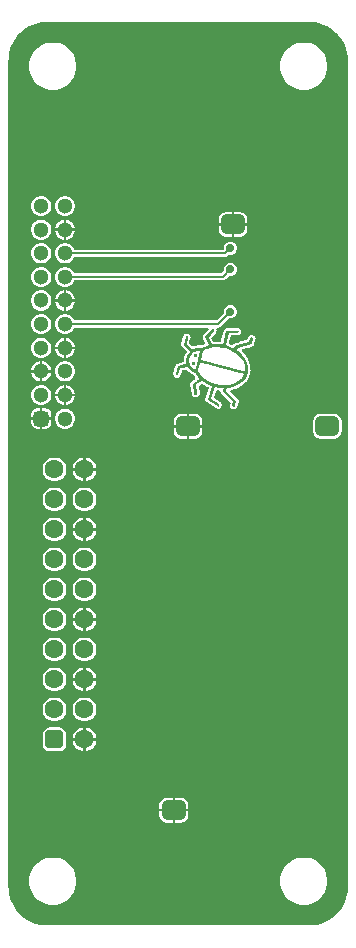
<source format=gbl>
G04*
G04 #@! TF.GenerationSoftware,Altium Limited,Altium Designer,23.3.1 (30)*
G04*
G04 Layer_Physical_Order=2*
G04 Layer_Color=16711680*
%FSLAX44Y44*%
%MOMM*%
G71*
G04*
G04 #@! TF.SameCoordinates,41E75030-AC82-498C-80ED-DFD746C42E25*
G04*
G04*
G04 #@! TF.FilePolarity,Positive*
G04*
G01*
G75*
%ADD10C,0.2000*%
G04:AMPARAMS|DCode=27|XSize=1.7mm|YSize=2mm|CornerRadius=0.425mm|HoleSize=0mm|Usage=FLASHONLY|Rotation=90.000|XOffset=0mm|YOffset=0mm|HoleType=Round|Shape=RoundedRectangle|*
%AMROUNDEDRECTD27*
21,1,1.7000,1.1500,0,0,90.0*
21,1,0.8500,2.0000,0,0,90.0*
1,1,0.8500,0.5750,0.4250*
1,1,0.8500,0.5750,-0.4250*
1,1,0.8500,-0.5750,-0.4250*
1,1,0.8500,-0.5750,0.4250*
%
%ADD27ROUNDEDRECTD27*%
%ADD28C,1.3000*%
G04:AMPARAMS|DCode=29|XSize=1.3mm|YSize=1.3mm|CornerRadius=0.325mm|HoleSize=0mm|Usage=FLASHONLY|Rotation=90.000|XOffset=0mm|YOffset=0mm|HoleType=Round|Shape=RoundedRectangle|*
%AMROUNDEDRECTD29*
21,1,1.3000,0.6500,0,0,90.0*
21,1,0.6500,1.3000,0,0,90.0*
1,1,0.6500,0.3250,0.3250*
1,1,0.6500,0.3250,-0.3250*
1,1,0.6500,-0.3250,-0.3250*
1,1,0.6500,-0.3250,0.3250*
%
%ADD29ROUNDEDRECTD29*%
%ADD30C,1.6000*%
G04:AMPARAMS|DCode=31|XSize=1.6mm|YSize=1.6mm|CornerRadius=0.4mm|HoleSize=0mm|Usage=FLASHONLY|Rotation=90.000|XOffset=0mm|YOffset=0mm|HoleType=Round|Shape=RoundedRectangle|*
%AMROUNDEDRECTD31*
21,1,1.6000,0.8000,0,0,90.0*
21,1,0.8000,1.6000,0,0,90.0*
1,1,0.8000,0.4000,0.4000*
1,1,0.8000,0.4000,-0.4000*
1,1,0.8000,-0.4000,-0.4000*
1,1,0.8000,-0.4000,0.4000*
%
%ADD31ROUNDEDRECTD31*%
%ADD32C,0.7000*%
G36*
X42499Y767451D02*
X42500Y767451D01*
X265000Y767451D01*
X265000Y767451D01*
X266239Y767376D01*
X269873Y767090D01*
X270181Y767049D01*
X275035Y765884D01*
X279743Y763934D01*
X283999Y761326D01*
X284245Y761136D01*
X287749Y758144D01*
X288144Y757749D01*
X291136Y754246D01*
X291326Y753998D01*
X293934Y749743D01*
X295884Y745035D01*
X297049Y740181D01*
X297090Y739873D01*
X297451Y735280D01*
Y735000D01*
X297451Y735000D01*
X297451Y35000D01*
X297451Y34999D01*
Y34721D01*
X297090Y30127D01*
X297049Y29819D01*
X295884Y24965D01*
X293934Y20257D01*
X291325Y16001D01*
X291137Y15755D01*
X288144Y12251D01*
X287749Y11856D01*
X284244Y8863D01*
X283999Y8675D01*
X279743Y6066D01*
X275035Y4116D01*
X270180Y2951D01*
X269875Y2911D01*
X266258Y2626D01*
X265000Y2549D01*
X265000Y2549D01*
X263764Y2549D01*
X42501Y2549D01*
X42500Y2549D01*
X42500Y2549D01*
X42499Y2549D01*
X42221D01*
X37626Y2910D01*
X37320Y2951D01*
X32465Y4116D01*
X27757Y6066D01*
X23501Y8675D01*
X23256Y8863D01*
X19750Y11857D01*
X19357Y12250D01*
X16363Y15756D01*
X16175Y16001D01*
X13566Y20257D01*
X11616Y24965D01*
X10451Y29820D01*
X10410Y30125D01*
X10125Y33750D01*
X10049Y35000D01*
X10049Y35000D01*
X10049Y36248D01*
Y735000D01*
X10049Y735000D01*
X10124Y736239D01*
X10410Y739874D01*
X10451Y740181D01*
X11616Y745035D01*
X13566Y749743D01*
X16175Y753999D01*
X16363Y754245D01*
X19356Y757749D01*
X19751Y758144D01*
X23256Y761137D01*
X23501Y761325D01*
X27757Y763934D01*
X32465Y765884D01*
X37319Y767049D01*
X37627Y767090D01*
X42220Y767451D01*
X42499D01*
D02*
G37*
%LPC*%
G36*
X261970Y750000D02*
X258030D01*
X254166Y749231D01*
X250526Y747724D01*
X247251Y745535D01*
X244465Y742749D01*
X242276Y739473D01*
X240769Y735834D01*
X240000Y731970D01*
Y728030D01*
X240769Y724166D01*
X242276Y720526D01*
X244465Y717251D01*
X247251Y714465D01*
X250526Y712276D01*
X254166Y710769D01*
X258030Y710000D01*
X261970D01*
X265834Y710769D01*
X269473Y712276D01*
X272749Y714465D01*
X275535Y717251D01*
X277724Y720526D01*
X279231Y724166D01*
X280000Y728030D01*
Y731970D01*
X279231Y735834D01*
X277724Y739473D01*
X275535Y742749D01*
X272749Y745535D01*
X269473Y747724D01*
X265834Y749231D01*
X261970Y750000D01*
D02*
G37*
G36*
X49470D02*
X45530D01*
X41666Y749231D01*
X38026Y747724D01*
X34751Y745535D01*
X31965Y742749D01*
X29776Y739473D01*
X28269Y735834D01*
X27500Y731970D01*
Y728030D01*
X28269Y724166D01*
X29776Y720526D01*
X31965Y717251D01*
X34751Y714465D01*
X38026Y712276D01*
X41666Y710769D01*
X45530Y710000D01*
X49470D01*
X53334Y710769D01*
X56974Y712276D01*
X60249Y714465D01*
X63035Y717251D01*
X65224Y720526D01*
X66731Y724166D01*
X67500Y728030D01*
Y731970D01*
X66731Y735834D01*
X65224Y739473D01*
X63035Y742749D01*
X60249Y745535D01*
X56974Y747724D01*
X53334Y749231D01*
X49470Y750000D01*
D02*
G37*
G36*
X58919Y620150D02*
X56681D01*
X54519Y619571D01*
X52581Y618452D01*
X50998Y616869D01*
X49879Y614931D01*
X49300Y612769D01*
Y610531D01*
X49879Y608369D01*
X50998Y606431D01*
X52581Y604848D01*
X54519Y603729D01*
X56681Y603150D01*
X58919D01*
X61081Y603729D01*
X63019Y604848D01*
X64602Y606431D01*
X65721Y608369D01*
X66300Y610531D01*
Y612769D01*
X65721Y614931D01*
X64602Y616869D01*
X63019Y618452D01*
X61081Y619571D01*
X58919Y620150D01*
D02*
G37*
G36*
X38919D02*
X36681D01*
X34519Y619571D01*
X32581Y618452D01*
X30998Y616869D01*
X29879Y614931D01*
X29300Y612769D01*
Y610531D01*
X29879Y608369D01*
X30998Y606431D01*
X32581Y604848D01*
X34519Y603729D01*
X36681Y603150D01*
X38919D01*
X41081Y603729D01*
X43019Y604848D01*
X44602Y606431D01*
X45721Y608369D01*
X46300Y610531D01*
Y612769D01*
X45721Y614931D01*
X44602Y616869D01*
X43019Y618452D01*
X41081Y619571D01*
X38919Y620150D01*
D02*
G37*
G36*
X205750Y606622D02*
X201000D01*
Y597000D01*
X212122D01*
Y600250D01*
X211637Y602689D01*
X210256Y604756D01*
X208189Y606137D01*
X205750Y606622D01*
D02*
G37*
G36*
X199000D02*
X194250D01*
X191811Y606137D01*
X189744Y604756D01*
X188363Y602689D01*
X187878Y600250D01*
Y597000D01*
X199000D01*
Y606622D01*
D02*
G37*
G36*
X58919Y600150D02*
X58800D01*
Y592650D01*
X66300D01*
Y592769D01*
X65721Y594931D01*
X64602Y596869D01*
X63019Y598452D01*
X61081Y599571D01*
X58919Y600150D01*
D02*
G37*
G36*
X56800D02*
X56681D01*
X54519Y599571D01*
X52581Y598452D01*
X50998Y596869D01*
X49879Y594931D01*
X49300Y592769D01*
Y592650D01*
X56800D01*
Y600150D01*
D02*
G37*
G36*
X212122Y595000D02*
X201000D01*
Y585378D01*
X205750D01*
X208189Y585863D01*
X210256Y587244D01*
X211637Y589311D01*
X212122Y591750D01*
Y595000D01*
D02*
G37*
G36*
X199000D02*
X187878D01*
Y591750D01*
X188363Y589311D01*
X189744Y587244D01*
X191811Y585863D01*
X194250Y585378D01*
X199000D01*
Y595000D01*
D02*
G37*
G36*
X66300Y590650D02*
X58800D01*
Y583150D01*
X58919D01*
X61081Y583729D01*
X63019Y584848D01*
X64602Y586431D01*
X65721Y588369D01*
X66300Y590531D01*
Y590650D01*
D02*
G37*
G36*
X56800D02*
X49300D01*
Y590531D01*
X49879Y588369D01*
X50998Y586431D01*
X52581Y584848D01*
X54519Y583729D01*
X56681Y583150D01*
X56800D01*
Y590650D01*
D02*
G37*
G36*
X38919Y600150D02*
X36681D01*
X34519Y599571D01*
X32581Y598452D01*
X30998Y596869D01*
X29879Y594931D01*
X29300Y592769D01*
Y590531D01*
X29879Y588369D01*
X30998Y586431D01*
X32581Y584848D01*
X34519Y583729D01*
X36681Y583150D01*
X38919D01*
X41081Y583729D01*
X43019Y584848D01*
X44602Y586431D01*
X45721Y588369D01*
X46300Y590531D01*
Y592769D01*
X45721Y594931D01*
X44602Y596869D01*
X43019Y598452D01*
X41081Y599571D01*
X38919Y600150D01*
D02*
G37*
G36*
X199094Y581500D02*
X196906D01*
X194884Y580663D01*
X193337Y579115D01*
X192500Y577094D01*
Y575318D01*
X191891Y574709D01*
X65780D01*
X65721Y574931D01*
X64602Y576869D01*
X63019Y578452D01*
X61081Y579571D01*
X58919Y580150D01*
X56681D01*
X54519Y579571D01*
X52581Y578452D01*
X50998Y576869D01*
X49879Y574931D01*
X49300Y572769D01*
Y570531D01*
X49879Y568369D01*
X50998Y566431D01*
X52581Y564848D01*
X54519Y563729D01*
X56681Y563150D01*
X58919D01*
X61081Y563729D01*
X63019Y564848D01*
X64602Y566431D01*
X65721Y568369D01*
X65780Y568591D01*
X193158D01*
X193158Y568591D01*
X194328Y568824D01*
X195320Y569487D01*
X196501Y570668D01*
X196906Y570500D01*
X199094D01*
X201115Y571337D01*
X202663Y572884D01*
X203500Y574906D01*
Y577094D01*
X202663Y579115D01*
X201115Y580663D01*
X199094Y581500D01*
D02*
G37*
G36*
X38919Y580150D02*
X36681D01*
X34519Y579571D01*
X32581Y578452D01*
X30998Y576869D01*
X29879Y574931D01*
X29300Y572769D01*
Y570531D01*
X29879Y568369D01*
X30998Y566431D01*
X32581Y564848D01*
X34519Y563729D01*
X36681Y563150D01*
X38919D01*
X41081Y563729D01*
X43019Y564848D01*
X44602Y566431D01*
X45721Y568369D01*
X46300Y570531D01*
Y572769D01*
X45721Y574931D01*
X44602Y576869D01*
X43019Y578452D01*
X41081Y579571D01*
X38919Y580150D01*
D02*
G37*
G36*
X199094Y563500D02*
X196906D01*
X194884Y562663D01*
X193337Y561115D01*
X192500Y559094D01*
Y556906D01*
X192523Y556849D01*
X190383Y554709D01*
X65780D01*
X65721Y554931D01*
X64602Y556869D01*
X63019Y558452D01*
X61081Y559571D01*
X58919Y560150D01*
X56681D01*
X54519Y559571D01*
X52581Y558452D01*
X50998Y556869D01*
X49879Y554931D01*
X49300Y552769D01*
Y550531D01*
X49879Y548369D01*
X50998Y546431D01*
X52581Y544848D01*
X54519Y543729D01*
X56681Y543150D01*
X58919D01*
X61081Y543729D01*
X63019Y544848D01*
X64602Y546431D01*
X65721Y548369D01*
X65780Y548591D01*
X191650D01*
X191650Y548591D01*
X192820Y548824D01*
X193813Y549487D01*
X196849Y552523D01*
X196906Y552500D01*
X199094D01*
X201115Y553337D01*
X202663Y554884D01*
X203500Y556906D01*
Y559094D01*
X202663Y561115D01*
X201115Y562663D01*
X199094Y563500D01*
D02*
G37*
G36*
X38919Y560150D02*
X36681D01*
X34519Y559571D01*
X32581Y558452D01*
X30998Y556869D01*
X29879Y554931D01*
X29300Y552769D01*
Y550531D01*
X29879Y548369D01*
X30998Y546431D01*
X32581Y544848D01*
X34519Y543729D01*
X36681Y543150D01*
X38919D01*
X41081Y543729D01*
X43019Y544848D01*
X44602Y546431D01*
X45721Y548369D01*
X46300Y550531D01*
Y552769D01*
X45721Y554931D01*
X44602Y556869D01*
X43019Y558452D01*
X41081Y559571D01*
X38919Y560150D01*
D02*
G37*
G36*
X58919Y540150D02*
X58800D01*
Y532650D01*
X66300D01*
Y532769D01*
X65721Y534931D01*
X64602Y536869D01*
X63019Y538452D01*
X61081Y539571D01*
X58919Y540150D01*
D02*
G37*
G36*
X56800D02*
X56681D01*
X54519Y539571D01*
X52581Y538452D01*
X50998Y536869D01*
X49879Y534931D01*
X49300Y532769D01*
Y532650D01*
X56800D01*
Y540150D01*
D02*
G37*
G36*
X66300Y530650D02*
X58800D01*
Y523150D01*
X58919D01*
X61081Y523729D01*
X63019Y524848D01*
X64602Y526431D01*
X65721Y528369D01*
X66300Y530531D01*
Y530650D01*
D02*
G37*
G36*
X56800D02*
X49300D01*
Y530531D01*
X49879Y528369D01*
X50998Y526431D01*
X52581Y524848D01*
X54519Y523729D01*
X56681Y523150D01*
X56800D01*
Y530650D01*
D02*
G37*
G36*
X38919Y540150D02*
X36681D01*
X34519Y539571D01*
X32581Y538452D01*
X30998Y536869D01*
X29879Y534931D01*
X29300Y532769D01*
Y530531D01*
X29879Y528369D01*
X30998Y526431D01*
X32581Y524848D01*
X34519Y523729D01*
X36681Y523150D01*
X38919D01*
X41081Y523729D01*
X43019Y524848D01*
X44602Y526431D01*
X45721Y528369D01*
X46300Y530531D01*
Y532769D01*
X45721Y534931D01*
X44602Y536869D01*
X43019Y538452D01*
X41081Y539571D01*
X38919Y540150D01*
D02*
G37*
G36*
X199094Y527500D02*
X196906D01*
X194884Y526663D01*
X193337Y525116D01*
X192500Y523094D01*
Y520906D01*
X192523Y520849D01*
X186383Y514709D01*
X65780D01*
X65721Y514931D01*
X64602Y516869D01*
X63019Y518452D01*
X61081Y519571D01*
X58919Y520150D01*
X56681D01*
X54519Y519571D01*
X52581Y518452D01*
X50998Y516869D01*
X49879Y514931D01*
X49300Y512769D01*
Y510531D01*
X49879Y508369D01*
X50998Y506431D01*
X52581Y504848D01*
X54519Y503729D01*
X56681Y503150D01*
X58919D01*
X61081Y503729D01*
X63019Y504848D01*
X64602Y506431D01*
X65721Y508369D01*
X65780Y508591D01*
X178899D01*
X179504Y507321D01*
X174880Y501615D01*
X174712Y501296D01*
X174532Y500982D01*
X174527Y500944D01*
X174509Y500911D01*
X174476Y500551D01*
X174430Y500192D01*
X174440Y500156D01*
X174436Y500119D01*
X174543Y499773D01*
X174638Y499425D01*
X175046Y498603D01*
X175054Y498592D01*
X175058Y498579D01*
X175469Y497777D01*
X175476Y497768D01*
X175480Y497756D01*
X175895Y496970D01*
X175901Y496961D01*
X175905Y496951D01*
X176301Y496218D01*
X176337Y496131D01*
X176346Y496066D01*
X175820Y494681D01*
X175734Y494618D01*
X175526Y494533D01*
X174588Y494162D01*
X173772Y493860D01*
X173179Y493671D01*
X172891Y493611D01*
X172550Y493593D01*
X172222Y493599D01*
X171897Y493624D01*
X171539Y493656D01*
X171493Y493651D01*
X171447Y493662D01*
X171058Y493679D01*
X170973Y493666D01*
X170889Y493680D01*
X170438Y493662D01*
X170349Y493641D01*
X170258Y493647D01*
X169704Y493576D01*
X169632Y493552D01*
X169557Y493551D01*
X168857Y493409D01*
X168811Y493389D01*
X168760Y493386D01*
X168239Y493253D01*
X168202Y493235D01*
X168161Y493232D01*
X167692Y493092D01*
X167656Y493073D01*
X167616Y493068D01*
X167184Y492920D01*
X167154Y492903D01*
X167119Y492897D01*
X166710Y492742D01*
X166681Y492724D01*
X166648Y492717D01*
X166204Y492532D01*
X163130Y495665D01*
X164060Y499490D01*
X164065Y499626D01*
X164106Y499757D01*
X164167Y500331D01*
X164164Y500361D01*
X164172Y500391D01*
X164128Y500756D01*
X164095Y501123D01*
X164081Y501150D01*
X164077Y501180D01*
X163933Y501619D01*
X163906Y501668D01*
X163896Y501724D01*
X163711Y502013D01*
X163543Y502312D01*
X163498Y502347D01*
X163468Y502395D01*
X163176Y502700D01*
X162855Y502924D01*
X162537Y503150D01*
X162153Y503322D01*
X161829Y503396D01*
X161511Y503491D01*
X161092Y503531D01*
X160770Y503498D01*
X160446Y503489D01*
X160047Y503398D01*
X159699Y503242D01*
X159347Y503092D01*
X159025Y502871D01*
X158967Y502810D01*
X158892Y502771D01*
X158690Y502527D01*
X158469Y502301D01*
X158438Y502223D01*
X158384Y502158D01*
X158195Y501808D01*
X158121Y501566D01*
X158012Y501336D01*
X156337Y494675D01*
X156327Y494476D01*
X156278Y494282D01*
X156308Y494082D01*
X156298Y493880D01*
X156365Y493692D01*
X156393Y493495D01*
X156497Y493321D01*
X156565Y493131D01*
X156699Y492983D01*
X156801Y492812D01*
X160928Y488237D01*
X160179Y487136D01*
X160131Y487023D01*
X160054Y486928D01*
X159465Y485790D01*
X159425Y485654D01*
X159352Y485531D01*
X158943Y484373D01*
X158921Y484224D01*
X158864Y484084D01*
X158630Y482880D01*
X158630Y482737D01*
X158595Y482598D01*
X158528Y481322D01*
X158546Y481199D01*
X158530Y481075D01*
X158620Y479770D01*
X152751Y477947D01*
X152530Y477827D01*
X152294Y477740D01*
X152184Y477638D01*
X152052Y477567D01*
X151894Y477371D01*
X151709Y477201D01*
X151646Y477065D01*
X151551Y476948D01*
X151480Y476707D01*
X151374Y476479D01*
X149751Y469772D01*
X149742Y469548D01*
X149694Y469329D01*
X149687Y468929D01*
X149700Y468856D01*
X149690Y468782D01*
X149771Y468466D01*
X149829Y468146D01*
X149869Y468083D01*
X149887Y468011D01*
X150043Y467686D01*
X150053Y467672D01*
X150058Y467655D01*
X150292Y467354D01*
X150520Y467049D01*
X150535Y467040D01*
X150546Y467026D01*
X150820Y466788D01*
X151116Y466619D01*
X151402Y466434D01*
X151749Y466296D01*
X152059Y466238D01*
X152364Y466156D01*
X152739Y466130D01*
X153082Y466174D01*
X153427Y466200D01*
X153784Y466300D01*
X153797Y466307D01*
X153813Y466308D01*
X154152Y466486D01*
X154493Y466659D01*
X154503Y466671D01*
X154517Y466678D01*
X154810Y466915D01*
X154846Y466958D01*
X154894Y466987D01*
X155100Y467262D01*
X155320Y467527D01*
X155336Y467580D01*
X155370Y467625D01*
X155554Y468012D01*
X155606Y468218D01*
X155695Y468410D01*
X156629Y472280D01*
X157007Y472379D01*
X157979Y472626D01*
X159003Y472881D01*
X160009Y473129D01*
X160938Y473354D01*
X161037Y473377D01*
X161556Y472725D01*
X161583Y472701D01*
X161601Y472670D01*
X162150Y472026D01*
X162201Y471986D01*
X162236Y471932D01*
X162775Y471373D01*
X162846Y471324D01*
X162899Y471256D01*
X163475Y470751D01*
X163554Y470706D01*
X163615Y470640D01*
X164272Y470159D01*
X164342Y470126D01*
X164399Y470073D01*
X165184Y469585D01*
X165236Y469565D01*
X165278Y469529D01*
X166236Y469002D01*
X166270Y468992D01*
X166297Y468970D01*
X166919Y468655D01*
X167105Y468546D01*
X167183Y468375D01*
X167216Y468329D01*
X167232Y468274D01*
X167458Y467841D01*
X167510Y467776D01*
X167540Y467698D01*
X167910Y467110D01*
X167953Y467064D01*
X167979Y467008D01*
X168196Y466704D01*
X168289Y466471D01*
X168299Y466416D01*
X168141Y465325D01*
X167924Y465007D01*
X167309Y464601D01*
X167304Y464597D01*
X167298Y464594D01*
X166497Y464058D01*
X166490Y464051D01*
X166481Y464047D01*
X165686Y463504D01*
X165676Y463495D01*
X165664Y463489D01*
X164886Y462943D01*
X164666Y462713D01*
X164429Y462500D01*
X164393Y462426D01*
X164336Y462367D01*
X164221Y462071D01*
X164083Y461784D01*
X164079Y461702D01*
X164049Y461625D01*
X164056Y461307D01*
X164039Y460989D01*
X165233Y452508D01*
X165280Y452373D01*
X165292Y452230D01*
X165451Y451678D01*
X165465Y451650D01*
X165469Y451620D01*
X165647Y451297D01*
X165816Y450970D01*
X165839Y450951D01*
X165854Y450924D01*
X166181Y450537D01*
X166186Y450533D01*
X166190Y450527D01*
X166499Y450284D01*
X166803Y450041D01*
X166810Y450039D01*
X166815Y450035D01*
X167249Y449815D01*
X167601Y449717D01*
X167950Y449607D01*
X168429Y449554D01*
X168786Y449585D01*
X169144Y449603D01*
X169604Y449717D01*
X169604D01*
X169605Y449717D01*
X169607Y449718D01*
X169962Y449885D01*
X170325Y450056D01*
X170710Y450340D01*
X170742Y450375D01*
X170784Y450397D01*
X171009Y450668D01*
X171246Y450928D01*
X171262Y450973D01*
X171292Y451009D01*
X171539Y451463D01*
X171548Y451494D01*
X171568Y451520D01*
X171665Y451873D01*
X171774Y452223D01*
X171771Y452256D01*
X171780Y452287D01*
X171825Y452912D01*
X171803Y453093D01*
X171819Y453275D01*
X171166Y459438D01*
X174138Y461216D01*
X174678Y460835D01*
X174721Y460816D01*
X174754Y460784D01*
X175764Y460138D01*
X175799Y460124D01*
X175827Y460099D01*
X176913Y459458D01*
X176946Y459446D01*
X176973Y459424D01*
X178080Y458819D01*
X178118Y458808D01*
X178149Y458784D01*
X179221Y458250D01*
X179269Y458237D01*
X179310Y458209D01*
X179522Y458116D01*
X176802Y447579D01*
X176796Y447472D01*
X176759Y447371D01*
X176774Y447078D01*
X176757Y446785D01*
X176793Y446683D01*
X176798Y446576D01*
X176923Y446311D01*
X177020Y446034D01*
X177091Y445953D01*
X177137Y445857D01*
X177354Y445659D01*
X177550Y445440D01*
X177646Y445394D01*
X177726Y445322D01*
X186129Y440271D01*
X186280Y440217D01*
X186415Y440128D01*
X186774Y439983D01*
X186998Y439941D01*
X187211Y439861D01*
X187385Y439867D01*
X187556Y439835D01*
X187779Y439881D01*
X188006Y439889D01*
X188345Y439969D01*
X188426Y440006D01*
X188515Y440017D01*
X188786Y440170D01*
X189069Y440299D01*
X189130Y440364D01*
X189208Y440409D01*
X189501Y440661D01*
X189705Y440921D01*
X189925Y441167D01*
X190146Y441540D01*
X190235Y441793D01*
X190357Y442033D01*
X190479Y442473D01*
X190499Y442754D01*
X190553Y443030D01*
X190550Y443486D01*
X190480Y443831D01*
X190424Y444179D01*
X190271Y444597D01*
X190246Y444636D01*
X190237Y444682D01*
X190039Y444975D01*
X189855Y445275D01*
X189817Y445303D01*
X189791Y445341D01*
X189460Y445668D01*
X189267Y445796D01*
X189098Y445954D01*
X184029Y449083D01*
X185622Y455028D01*
X186181Y456149D01*
X187209Y455927D01*
X187233Y455927D01*
X187255Y455918D01*
X188253Y455726D01*
X188280Y455727D01*
X188305Y455717D01*
X188466Y455691D01*
X188666Y455634D01*
X189468Y455053D01*
X189669Y454550D01*
X189745Y454353D01*
X189783Y454146D01*
X189886Y453986D01*
X189955Y453807D01*
X190100Y453654D01*
X190214Y453477D01*
X198211Y445219D01*
X197698Y443261D01*
X197685Y443047D01*
X197633Y442840D01*
X197611Y442369D01*
X197624Y442281D01*
X197610Y442194D01*
X197683Y441890D01*
X197729Y441583D01*
X197775Y441506D01*
X197796Y441420D01*
X197965Y441052D01*
X197987Y441021D01*
X197997Y440985D01*
X198220Y440701D01*
X198433Y440408D01*
X198465Y440388D01*
X198487Y440359D01*
X198794Y440095D01*
X199084Y439932D01*
X199361Y439750D01*
X199750Y439593D01*
X200020Y439542D01*
X200281Y439458D01*
X200697Y439410D01*
X200979Y439434D01*
X201261Y439424D01*
X201650Y439488D01*
X201995Y439618D01*
X202343Y439737D01*
X202650Y439915D01*
X202750Y440003D01*
X202868Y440062D01*
X203045Y440264D01*
X203247Y440442D01*
X203305Y440561D01*
X203393Y440660D01*
X203562Y440955D01*
X203649Y441210D01*
X203767Y441452D01*
X204991Y446082D01*
X205006Y446335D01*
X205058Y446584D01*
X205031Y446729D01*
X205040Y446876D01*
X204957Y447116D01*
X204910Y447366D01*
X204829Y447489D01*
X204781Y447628D01*
X204613Y447819D01*
X204474Y448031D01*
X198009Y454617D01*
X198044Y454853D01*
X198539Y455890D01*
X199998Y456260D01*
X200062Y456291D01*
X200133Y456300D01*
X202065Y456935D01*
X202140Y456977D01*
X202225Y456995D01*
X204265Y457860D01*
X204350Y457918D01*
X204447Y457949D01*
X206528Y459086D01*
X206618Y459162D01*
X206726Y459211D01*
X208778Y460662D01*
X208870Y460759D01*
X208985Y460829D01*
X210940Y462635D01*
X211048Y462784D01*
X211185Y462907D01*
X211864Y463809D01*
X211868Y463817D01*
X211875Y463823D01*
X212613Y464805D01*
X212688Y464960D01*
X212795Y465095D01*
X213812Y467065D01*
X213861Y467236D01*
X213947Y467393D01*
X214582Y469431D01*
X214600Y469602D01*
X214656Y469765D01*
X214939Y471866D01*
X214929Y472022D01*
X214957Y472176D01*
X214917Y474337D01*
X214889Y474468D01*
X214895Y474602D01*
X214563Y476819D01*
X214525Y476923D01*
X214519Y477034D01*
X213923Y479303D01*
X213884Y479384D01*
X213871Y479473D01*
X213041Y481790D01*
X212959Y481927D01*
X212911Y482079D01*
X212183Y483415D01*
X212128Y483481D01*
X212095Y483561D01*
X211280Y484798D01*
X211225Y484854D01*
X211189Y484925D01*
X210302Y486070D01*
X210249Y486117D01*
X210214Y486177D01*
X209270Y487238D01*
X209221Y487275D01*
X209186Y487326D01*
X208202Y488308D01*
X208158Y488338D01*
X208126Y488380D01*
X207544Y488904D01*
X207795Y490253D01*
X207827Y490298D01*
X216395Y492633D01*
X216622Y492746D01*
X216863Y492826D01*
X216975Y492922D01*
X217107Y492988D01*
X217274Y493180D01*
X217465Y493345D01*
X217532Y493477D01*
X217629Y493589D01*
X217710Y493829D01*
X217824Y494055D01*
X219132Y498767D01*
X219154Y499049D01*
X219207Y499327D01*
X219204Y499685D01*
X219174Y499831D01*
X219181Y499979D01*
X219095Y500217D01*
X219044Y500464D01*
X218960Y500587D01*
X218909Y500727D01*
X218722Y501037D01*
X218461Y501322D01*
X218205Y501609D01*
X217884Y501851D01*
X217626Y501976D01*
X217385Y502128D01*
X216982Y502282D01*
X216721Y502327D01*
X216467Y502405D01*
X216034Y502451D01*
X215727Y502423D01*
X215419Y502422D01*
X215007Y502340D01*
X214998Y502336D01*
X214989Y502336D01*
X214632Y502183D01*
X214273Y502034D01*
X214266Y502027D01*
X214257Y502023D01*
X213919Y501792D01*
X213855Y501726D01*
X213774Y501683D01*
X213579Y501444D01*
X213363Y501223D01*
X213329Y501138D01*
X213271Y501067D01*
X213057Y500667D01*
X212993Y500452D01*
X212892Y500252D01*
X212380Y498400D01*
X212124Y498327D01*
X210588Y497896D01*
X208944Y497435D01*
X208943Y497434D01*
X208941Y497434D01*
X207250Y496957D01*
X207247Y496955D01*
X207243Y496955D01*
X205569Y496475D01*
X205564Y496473D01*
X205558Y496472D01*
X203962Y496006D01*
X203953Y496001D01*
X203944Y496000D01*
X202489Y495560D01*
X202475Y495553D01*
X202460Y495552D01*
X201208Y495153D01*
X200997Y495036D01*
X200769Y494953D01*
X200652Y494845D01*
X200512Y494768D01*
X200361Y494579D01*
X200183Y494416D01*
X199887Y494155D01*
X198733Y494227D01*
X198571Y494299D01*
X198554Y494303D01*
X198538Y494314D01*
X197539Y494742D01*
X197514Y494747D01*
X197493Y494761D01*
X196503Y495157D01*
X196710Y496410D01*
X198233Y502092D01*
X203755Y502111D01*
X203942Y502149D01*
X204132Y502147D01*
X204609Y502239D01*
X204636Y502250D01*
X204665Y502251D01*
X205004Y502399D01*
X205346Y502538D01*
X205367Y502559D01*
X205393Y502571D01*
X205733Y502808D01*
X205744Y502820D01*
X205759Y502827D01*
X206019Y503107D01*
X206283Y503383D01*
X206289Y503398D01*
X206300Y503410D01*
X206506Y503744D01*
X206632Y504083D01*
X206770Y504418D01*
X206845Y504799D01*
X206845Y505137D01*
X206864Y505474D01*
X206812Y505853D01*
X206693Y506195D01*
X206586Y506542D01*
X206409Y506869D01*
X206386Y506897D01*
X206374Y506932D01*
X206133Y507203D01*
X205902Y507482D01*
X205869Y507499D01*
X205845Y507526D01*
X205547Y507752D01*
X205474Y507787D01*
X205415Y507843D01*
X205118Y507959D01*
X204831Y508098D01*
X204750Y508103D01*
X204674Y508132D01*
X204258Y508206D01*
X204062Y508202D01*
X203869Y508237D01*
X194527Y508088D01*
X194419Y508065D01*
X194309Y508073D01*
X194033Y507982D01*
X193749Y507920D01*
X193658Y507858D01*
X193554Y507823D01*
X193333Y507633D01*
X193094Y507468D01*
X193035Y507375D01*
X192951Y507304D01*
X192821Y507044D01*
X192663Y506799D01*
X192643Y506691D01*
X192594Y506593D01*
X190170Y497833D01*
X189742Y496647D01*
X189172Y496699D01*
X189133Y496695D01*
X189095Y496704D01*
X188526Y496734D01*
X188494Y496729D01*
X188463Y496736D01*
X187892Y496748D01*
X187868Y496744D01*
X187843Y496749D01*
X187269Y496747D01*
X187253Y496743D01*
X187236Y496746D01*
X186656Y496735D01*
X186652Y496734D01*
X186648Y496735D01*
X186163Y496724D01*
X185632Y496712D01*
X185629Y496711D01*
X185625Y496712D01*
X185065Y496697D01*
X185059Y496696D01*
X185053Y496697D01*
X184481Y496679D01*
X184471Y496677D01*
X184462Y496678D01*
X183894Y496655D01*
X183880Y496652D01*
X183867Y496654D01*
X183566Y496637D01*
X181859Y499496D01*
X185410Y504342D01*
X185462Y504455D01*
X185544Y504551D01*
X185874Y505141D01*
X185880Y505160D01*
X185893Y505175D01*
X186003Y505537D01*
X186120Y505897D01*
X186118Y505917D01*
X186124Y505936D01*
X186177Y506469D01*
X186170Y506540D01*
X186186Y506610D01*
X186131Y506934D01*
X186099Y507261D01*
X186065Y507324D01*
X186067Y507416D01*
X186706Y508460D01*
X186745Y508489D01*
X186907Y508591D01*
X187650D01*
X187650Y508591D01*
X188821Y508824D01*
X189813Y509487D01*
X196849Y516524D01*
X196906Y516500D01*
X199094D01*
X201115Y517337D01*
X202663Y518885D01*
X203500Y520906D01*
Y523094D01*
X202663Y525116D01*
X201115Y526663D01*
X199094Y527500D01*
D02*
G37*
G36*
X38919Y520150D02*
X36681D01*
X34519Y519571D01*
X32581Y518452D01*
X30998Y516869D01*
X29879Y514931D01*
X29300Y512769D01*
Y510531D01*
X29879Y508369D01*
X30998Y506431D01*
X32581Y504848D01*
X34519Y503729D01*
X36681Y503150D01*
X38919D01*
X41081Y503729D01*
X43019Y504848D01*
X44602Y506431D01*
X45721Y508369D01*
X46300Y510531D01*
Y512769D01*
X45721Y514931D01*
X44602Y516869D01*
X43019Y518452D01*
X41081Y519571D01*
X38919Y520150D01*
D02*
G37*
G36*
X58919Y500150D02*
X58800D01*
Y492650D01*
X66300D01*
Y492769D01*
X65721Y494931D01*
X64602Y496869D01*
X63019Y498452D01*
X61081Y499571D01*
X58919Y500150D01*
D02*
G37*
G36*
X56800D02*
X56681D01*
X54519Y499571D01*
X52581Y498452D01*
X50998Y496869D01*
X49879Y494931D01*
X49300Y492769D01*
Y492650D01*
X56800D01*
Y500150D01*
D02*
G37*
G36*
X66300Y490650D02*
X58800D01*
Y483150D01*
X58919D01*
X61081Y483729D01*
X63019Y484848D01*
X64602Y486431D01*
X65721Y488369D01*
X66300Y490531D01*
Y490650D01*
D02*
G37*
G36*
X56800D02*
X49300D01*
Y490531D01*
X49879Y488369D01*
X50998Y486431D01*
X52581Y484848D01*
X54519Y483729D01*
X56681Y483150D01*
X56800D01*
Y490650D01*
D02*
G37*
G36*
X38919Y500150D02*
X36681D01*
X34519Y499571D01*
X32581Y498452D01*
X30998Y496869D01*
X29879Y494931D01*
X29300Y492769D01*
Y490531D01*
X29879Y488369D01*
X30998Y486431D01*
X32581Y484848D01*
X34519Y483729D01*
X36681Y483150D01*
X38919D01*
X41081Y483729D01*
X43019Y484848D01*
X44602Y486431D01*
X45721Y488369D01*
X46300Y490531D01*
Y492769D01*
X45721Y494931D01*
X44602Y496869D01*
X43019Y498452D01*
X41081Y499571D01*
X38919Y500150D01*
D02*
G37*
G36*
Y480150D02*
X38800D01*
Y472650D01*
X46300D01*
Y472769D01*
X45721Y474931D01*
X44602Y476869D01*
X43019Y478452D01*
X41081Y479571D01*
X38919Y480150D01*
D02*
G37*
G36*
X36800D02*
X36681D01*
X34519Y479571D01*
X32581Y478452D01*
X30998Y476869D01*
X29879Y474931D01*
X29300Y472769D01*
Y472650D01*
X36800D01*
Y480150D01*
D02*
G37*
G36*
X58919D02*
X56681D01*
X54519Y479571D01*
X52581Y478452D01*
X50998Y476869D01*
X49879Y474931D01*
X49300Y472769D01*
Y470531D01*
X49879Y468369D01*
X50998Y466431D01*
X52581Y464848D01*
X54519Y463729D01*
X56681Y463150D01*
X58919D01*
X61081Y463729D01*
X63019Y464848D01*
X64602Y466431D01*
X65721Y468369D01*
X66300Y470531D01*
Y472769D01*
X65721Y474931D01*
X64602Y476869D01*
X63019Y478452D01*
X61081Y479571D01*
X58919Y480150D01*
D02*
G37*
G36*
X46300Y470650D02*
X38800D01*
Y463150D01*
X38919D01*
X41081Y463729D01*
X43019Y464848D01*
X44602Y466431D01*
X45721Y468369D01*
X46300Y470531D01*
Y470650D01*
D02*
G37*
G36*
X36800D02*
X29300D01*
Y470531D01*
X29879Y468369D01*
X30998Y466431D01*
X32581Y464848D01*
X34519Y463729D01*
X36681Y463150D01*
X36800D01*
Y470650D01*
D02*
G37*
G36*
X58919Y460150D02*
X58800D01*
Y452650D01*
X66300D01*
Y452769D01*
X65721Y454931D01*
X64602Y456869D01*
X63019Y458452D01*
X61081Y459571D01*
X58919Y460150D01*
D02*
G37*
G36*
X56800D02*
X56681D01*
X54519Y459571D01*
X52581Y458452D01*
X50998Y456869D01*
X49879Y454931D01*
X49300Y452769D01*
Y452650D01*
X56800D01*
Y460150D01*
D02*
G37*
G36*
X66300Y450650D02*
X58800D01*
Y443150D01*
X58919D01*
X61081Y443729D01*
X63019Y444848D01*
X64602Y446431D01*
X65721Y448369D01*
X66300Y450531D01*
Y450650D01*
D02*
G37*
G36*
X56800D02*
X49300D01*
Y450531D01*
X49879Y448369D01*
X50998Y446431D01*
X52581Y444848D01*
X54519Y443729D01*
X56681Y443150D01*
X56800D01*
Y450650D01*
D02*
G37*
G36*
X38919Y460150D02*
X36681D01*
X34519Y459571D01*
X32581Y458452D01*
X30998Y456869D01*
X29879Y454931D01*
X29300Y452769D01*
Y450531D01*
X29879Y448369D01*
X30998Y446431D01*
X32581Y444848D01*
X34519Y443729D01*
X36681Y443150D01*
X38919D01*
X41081Y443729D01*
X43019Y444848D01*
X44602Y446431D01*
X45721Y448369D01*
X46300Y450531D01*
Y452769D01*
X45721Y454931D01*
X44602Y456869D01*
X43019Y458452D01*
X41081Y459571D01*
X38919Y460150D01*
D02*
G37*
G36*
X41050Y440253D02*
X38800D01*
Y432650D01*
X46403D01*
Y434900D01*
X45995Y436948D01*
X44835Y438685D01*
X43098Y439845D01*
X41050Y440253D01*
D02*
G37*
G36*
X36800D02*
X34550D01*
X32502Y439845D01*
X30765Y438685D01*
X29605Y436948D01*
X29197Y434900D01*
Y432650D01*
X36800D01*
Y440253D01*
D02*
G37*
G36*
X167750Y435622D02*
X163000D01*
Y426000D01*
X174123D01*
Y429250D01*
X173637Y431689D01*
X172256Y433756D01*
X170189Y435137D01*
X167750Y435622D01*
D02*
G37*
G36*
X161000D02*
X156250D01*
X153811Y435137D01*
X151744Y433756D01*
X150363Y431689D01*
X149878Y429250D01*
Y426000D01*
X161000D01*
Y435622D01*
D02*
G37*
G36*
X58919Y440150D02*
X56681D01*
X54519Y439571D01*
X52581Y438452D01*
X50998Y436869D01*
X49879Y434931D01*
X49300Y432769D01*
Y430531D01*
X49879Y428369D01*
X50998Y426431D01*
X52581Y424848D01*
X54519Y423729D01*
X56681Y423150D01*
X58919D01*
X61081Y423729D01*
X63019Y424848D01*
X64602Y426431D01*
X65721Y428369D01*
X66300Y430531D01*
Y432769D01*
X65721Y434931D01*
X64602Y436869D01*
X63019Y438452D01*
X61081Y439571D01*
X58919Y440150D01*
D02*
G37*
G36*
X46403Y430650D02*
X38800D01*
Y423047D01*
X41050D01*
X43098Y423455D01*
X44835Y424615D01*
X45995Y426352D01*
X46403Y428400D01*
Y430650D01*
D02*
G37*
G36*
X36800D02*
X29197D01*
Y428400D01*
X29605Y426352D01*
X30765Y424615D01*
X32502Y423455D01*
X34550Y423047D01*
X36800D01*
Y430650D01*
D02*
G37*
G36*
X285750Y435622D02*
X274250D01*
X271811Y435137D01*
X269744Y433756D01*
X268363Y431689D01*
X267878Y429250D01*
Y420750D01*
X268363Y418311D01*
X269744Y416244D01*
X271811Y414863D01*
X274250Y414378D01*
X285750D01*
X288189Y414863D01*
X290256Y416244D01*
X291637Y418311D01*
X292122Y420750D01*
Y429250D01*
X291637Y431689D01*
X290256Y433756D01*
X288189Y435137D01*
X285750Y435622D01*
D02*
G37*
G36*
X174123Y424000D02*
X163000D01*
Y414378D01*
X167750D01*
X170189Y414863D01*
X172256Y416244D01*
X173637Y418311D01*
X174123Y420750D01*
Y424000D01*
D02*
G37*
G36*
X161000D02*
X149878D01*
Y420750D01*
X150363Y418311D01*
X151744Y416244D01*
X153811Y414863D01*
X156250Y414378D01*
X161000D01*
Y424000D01*
D02*
G37*
G36*
X75717Y398600D02*
X75400D01*
Y389600D01*
X84400D01*
Y389916D01*
X83719Y392460D01*
X82402Y394740D01*
X80540Y396602D01*
X78260Y397919D01*
X75717Y398600D01*
D02*
G37*
G36*
X73400D02*
X73084D01*
X70540Y397919D01*
X68260Y396602D01*
X66398Y394740D01*
X65082Y392460D01*
X64400Y389916D01*
Y389600D01*
X73400D01*
Y398600D01*
D02*
G37*
G36*
X84400Y387600D02*
X75400D01*
Y378600D01*
X75717D01*
X78260Y379282D01*
X80540Y380598D01*
X82402Y382460D01*
X83719Y384740D01*
X84400Y387284D01*
Y387600D01*
D02*
G37*
G36*
X73400D02*
X64400D01*
Y387284D01*
X65082Y384740D01*
X66398Y382460D01*
X68260Y380598D01*
X70540Y379282D01*
X73084Y378600D01*
X73400D01*
Y387600D01*
D02*
G37*
G36*
X50317Y398600D02*
X47684D01*
X45140Y397919D01*
X42860Y396602D01*
X40998Y394740D01*
X39681Y392460D01*
X39000Y389916D01*
Y387284D01*
X39681Y384740D01*
X40998Y382460D01*
X42860Y380598D01*
X45140Y379282D01*
X47684Y378600D01*
X50317D01*
X52860Y379282D01*
X55140Y380598D01*
X57002Y382460D01*
X58319Y384740D01*
X59000Y387284D01*
Y389916D01*
X58319Y392460D01*
X57002Y394740D01*
X55140Y396602D01*
X52860Y397919D01*
X50317Y398600D01*
D02*
G37*
G36*
X75717Y373200D02*
X73084D01*
X70540Y372519D01*
X68260Y371202D01*
X66398Y369340D01*
X65082Y367060D01*
X64400Y364516D01*
Y361884D01*
X65082Y359340D01*
X66398Y357060D01*
X68260Y355198D01*
X70540Y353881D01*
X73084Y353200D01*
X75717D01*
X78260Y353881D01*
X80540Y355198D01*
X82402Y357060D01*
X83719Y359340D01*
X84400Y361884D01*
Y364516D01*
X83719Y367060D01*
X82402Y369340D01*
X80540Y371202D01*
X78260Y372519D01*
X75717Y373200D01*
D02*
G37*
G36*
X50317D02*
X47684D01*
X45140Y372519D01*
X42860Y371202D01*
X40998Y369340D01*
X39681Y367060D01*
X39000Y364516D01*
Y361884D01*
X39681Y359340D01*
X40998Y357060D01*
X42860Y355198D01*
X45140Y353881D01*
X47684Y353200D01*
X50317D01*
X52860Y353881D01*
X55140Y355198D01*
X57002Y357060D01*
X58319Y359340D01*
X59000Y361884D01*
Y364516D01*
X58319Y367060D01*
X57002Y369340D01*
X55140Y371202D01*
X52860Y372519D01*
X50317Y373200D01*
D02*
G37*
G36*
X75717Y347800D02*
X75400D01*
Y338800D01*
X84400D01*
Y339117D01*
X83719Y341660D01*
X82402Y343940D01*
X80540Y345802D01*
X78260Y347118D01*
X75717Y347800D01*
D02*
G37*
G36*
X73400D02*
X73084D01*
X70540Y347118D01*
X68260Y345802D01*
X66398Y343940D01*
X65082Y341660D01*
X64400Y339117D01*
Y338800D01*
X73400D01*
Y347800D01*
D02*
G37*
G36*
X84400Y336800D02*
X75400D01*
Y327800D01*
X75717D01*
X78260Y328481D01*
X80540Y329798D01*
X82402Y331660D01*
X83719Y333940D01*
X84400Y336483D01*
Y336800D01*
D02*
G37*
G36*
X73400D02*
X64400D01*
Y336483D01*
X65082Y333940D01*
X66398Y331660D01*
X68260Y329798D01*
X70540Y328481D01*
X73084Y327800D01*
X73400D01*
Y336800D01*
D02*
G37*
G36*
X50317Y347800D02*
X47684D01*
X45140Y347118D01*
X42860Y345802D01*
X40998Y343940D01*
X39681Y341660D01*
X39000Y339117D01*
Y336483D01*
X39681Y333940D01*
X40998Y331660D01*
X42860Y329798D01*
X45140Y328481D01*
X47684Y327800D01*
X50317D01*
X52860Y328481D01*
X55140Y329798D01*
X57002Y331660D01*
X58319Y333940D01*
X59000Y336483D01*
Y339117D01*
X58319Y341660D01*
X57002Y343940D01*
X55140Y345802D01*
X52860Y347118D01*
X50317Y347800D01*
D02*
G37*
G36*
X75717Y322400D02*
X73084D01*
X70540Y321718D01*
X68260Y320402D01*
X66398Y318540D01*
X65082Y316260D01*
X64400Y313717D01*
Y311084D01*
X65082Y308540D01*
X66398Y306260D01*
X68260Y304398D01*
X70540Y303081D01*
X73084Y302400D01*
X75717D01*
X78260Y303081D01*
X80540Y304398D01*
X82402Y306260D01*
X83719Y308540D01*
X84400Y311084D01*
Y313717D01*
X83719Y316260D01*
X82402Y318540D01*
X80540Y320402D01*
X78260Y321718D01*
X75717Y322400D01*
D02*
G37*
G36*
X50317D02*
X47684D01*
X45140Y321718D01*
X42860Y320402D01*
X40998Y318540D01*
X39681Y316260D01*
X39000Y313717D01*
Y311084D01*
X39681Y308540D01*
X40998Y306260D01*
X42860Y304398D01*
X45140Y303081D01*
X47684Y302400D01*
X50317D01*
X52860Y303081D01*
X55140Y304398D01*
X57002Y306260D01*
X58319Y308540D01*
X59000Y311084D01*
Y313717D01*
X58319Y316260D01*
X57002Y318540D01*
X55140Y320402D01*
X52860Y321718D01*
X50317Y322400D01*
D02*
G37*
G36*
X75717Y297000D02*
X73084D01*
X70540Y296318D01*
X68260Y295002D01*
X66398Y293140D01*
X65082Y290860D01*
X64400Y288316D01*
Y285683D01*
X65082Y283140D01*
X66398Y280860D01*
X68260Y278998D01*
X70540Y277682D01*
X73084Y277000D01*
X75717D01*
X78260Y277682D01*
X80540Y278998D01*
X82402Y280860D01*
X83719Y283140D01*
X84400Y285683D01*
Y288316D01*
X83719Y290860D01*
X82402Y293140D01*
X80540Y295002D01*
X78260Y296318D01*
X75717Y297000D01*
D02*
G37*
G36*
X50317D02*
X47684D01*
X45140Y296318D01*
X42860Y295002D01*
X40998Y293140D01*
X39681Y290860D01*
X39000Y288316D01*
Y285683D01*
X39681Y283140D01*
X40998Y280860D01*
X42860Y278998D01*
X45140Y277682D01*
X47684Y277000D01*
X50317D01*
X52860Y277682D01*
X55140Y278998D01*
X57002Y280860D01*
X58319Y283140D01*
X59000Y285683D01*
Y288316D01*
X58319Y290860D01*
X57002Y293140D01*
X55140Y295002D01*
X52860Y296318D01*
X50317Y297000D01*
D02*
G37*
G36*
X75717Y271600D02*
X75400D01*
Y262600D01*
X84400D01*
Y262917D01*
X83719Y265460D01*
X82402Y267740D01*
X80540Y269602D01*
X78260Y270919D01*
X75717Y271600D01*
D02*
G37*
G36*
X73400D02*
X73084D01*
X70540Y270919D01*
X68260Y269602D01*
X66398Y267740D01*
X65082Y265460D01*
X64400Y262917D01*
Y262600D01*
X73400D01*
Y271600D01*
D02*
G37*
G36*
X84400Y260600D02*
X75400D01*
Y251600D01*
X75717D01*
X78260Y252281D01*
X80540Y253598D01*
X82402Y255460D01*
X83719Y257740D01*
X84400Y260284D01*
Y260600D01*
D02*
G37*
G36*
X73400D02*
X64400D01*
Y260284D01*
X65082Y257740D01*
X66398Y255460D01*
X68260Y253598D01*
X70540Y252281D01*
X73084Y251600D01*
X73400D01*
Y260600D01*
D02*
G37*
G36*
X50317Y271600D02*
X47684D01*
X45140Y270919D01*
X42860Y269602D01*
X40998Y267740D01*
X39681Y265460D01*
X39000Y262917D01*
Y260284D01*
X39681Y257740D01*
X40998Y255460D01*
X42860Y253598D01*
X45140Y252281D01*
X47684Y251600D01*
X50317D01*
X52860Y252281D01*
X55140Y253598D01*
X57002Y255460D01*
X58319Y257740D01*
X59000Y260284D01*
Y262917D01*
X58319Y265460D01*
X57002Y267740D01*
X55140Y269602D01*
X52860Y270919D01*
X50317Y271600D01*
D02*
G37*
G36*
X75717Y246200D02*
X73084D01*
X70540Y245518D01*
X68260Y244202D01*
X66398Y242340D01*
X65082Y240060D01*
X64400Y237516D01*
Y234883D01*
X65082Y232340D01*
X66398Y230060D01*
X68260Y228198D01*
X70540Y226882D01*
X73084Y226200D01*
X75717D01*
X78260Y226882D01*
X80540Y228198D01*
X82402Y230060D01*
X83719Y232340D01*
X84400Y234883D01*
Y237516D01*
X83719Y240060D01*
X82402Y242340D01*
X80540Y244202D01*
X78260Y245518D01*
X75717Y246200D01*
D02*
G37*
G36*
X50317D02*
X47684D01*
X45140Y245518D01*
X42860Y244202D01*
X40998Y242340D01*
X39681Y240060D01*
X39000Y237516D01*
Y234883D01*
X39681Y232340D01*
X40998Y230060D01*
X42860Y228198D01*
X45140Y226882D01*
X47684Y226200D01*
X50317D01*
X52860Y226882D01*
X55140Y228198D01*
X57002Y230060D01*
X58319Y232340D01*
X59000Y234883D01*
Y237516D01*
X58319Y240060D01*
X57002Y242340D01*
X55140Y244202D01*
X52860Y245518D01*
X50317Y246200D01*
D02*
G37*
G36*
X75717Y220800D02*
X75400D01*
Y211800D01*
X84400D01*
Y212117D01*
X83719Y214660D01*
X82402Y216940D01*
X80540Y218802D01*
X78260Y220119D01*
X75717Y220800D01*
D02*
G37*
G36*
X73400D02*
X73084D01*
X70540Y220119D01*
X68260Y218802D01*
X66398Y216940D01*
X65082Y214660D01*
X64400Y212117D01*
Y211800D01*
X73400D01*
Y220800D01*
D02*
G37*
G36*
X84400Y209800D02*
X75400D01*
Y200800D01*
X75717D01*
X78260Y201481D01*
X80540Y202798D01*
X82402Y204660D01*
X83719Y206940D01*
X84400Y209484D01*
Y209800D01*
D02*
G37*
G36*
X73400D02*
X64400D01*
Y209484D01*
X65082Y206940D01*
X66398Y204660D01*
X68260Y202798D01*
X70540Y201481D01*
X73084Y200800D01*
X73400D01*
Y209800D01*
D02*
G37*
G36*
X50317Y220800D02*
X47684D01*
X45140Y220119D01*
X42860Y218802D01*
X40998Y216940D01*
X39681Y214660D01*
X39000Y212117D01*
Y209484D01*
X39681Y206940D01*
X40998Y204660D01*
X42860Y202798D01*
X45140Y201481D01*
X47684Y200800D01*
X50317D01*
X52860Y201481D01*
X55140Y202798D01*
X57002Y204660D01*
X58319Y206940D01*
X59000Y209484D01*
Y212117D01*
X58319Y214660D01*
X57002Y216940D01*
X55140Y218802D01*
X52860Y220119D01*
X50317Y220800D01*
D02*
G37*
G36*
X75717Y195400D02*
X73084D01*
X70540Y194718D01*
X68260Y193402D01*
X66398Y191540D01*
X65082Y189260D01*
X64400Y186716D01*
Y184083D01*
X65082Y181540D01*
X66398Y179260D01*
X68260Y177398D01*
X70540Y176082D01*
X73084Y175400D01*
X75717D01*
X78260Y176082D01*
X80540Y177398D01*
X82402Y179260D01*
X83719Y181540D01*
X84400Y184083D01*
Y186716D01*
X83719Y189260D01*
X82402Y191540D01*
X80540Y193402D01*
X78260Y194718D01*
X75717Y195400D01*
D02*
G37*
G36*
X50317D02*
X47684D01*
X45140Y194718D01*
X42860Y193402D01*
X40998Y191540D01*
X39681Y189260D01*
X39000Y186716D01*
Y184083D01*
X39681Y181540D01*
X40998Y179260D01*
X42860Y177398D01*
X45140Y176082D01*
X47684Y175400D01*
X50317D01*
X52860Y176082D01*
X55140Y177398D01*
X57002Y179260D01*
X58319Y181540D01*
X59000Y184083D01*
Y186716D01*
X58319Y189260D01*
X57002Y191540D01*
X55140Y193402D01*
X52860Y194718D01*
X50317Y195400D01*
D02*
G37*
G36*
X75717Y170000D02*
X75400D01*
Y161000D01*
X84400D01*
Y161317D01*
X83719Y163860D01*
X82402Y166140D01*
X80540Y168002D01*
X78260Y169319D01*
X75717Y170000D01*
D02*
G37*
G36*
X73400D02*
X73084D01*
X70540Y169319D01*
X68260Y168002D01*
X66398Y166140D01*
X65082Y163860D01*
X64400Y161317D01*
Y161000D01*
X73400D01*
Y170000D01*
D02*
G37*
G36*
X84400Y159000D02*
X75400D01*
Y150000D01*
X75717D01*
X78260Y150681D01*
X80540Y151998D01*
X82402Y153860D01*
X83719Y156140D01*
X84400Y158684D01*
Y159000D01*
D02*
G37*
G36*
X73400D02*
X64400D01*
Y158684D01*
X65082Y156140D01*
X66398Y153860D01*
X68260Y151998D01*
X70540Y150681D01*
X73084Y150000D01*
X73400D01*
Y159000D01*
D02*
G37*
G36*
X53000Y170117D02*
X45000D01*
X42659Y169652D01*
X40674Y168326D01*
X39348Y166341D01*
X38883Y164000D01*
Y156000D01*
X39348Y153659D01*
X40674Y151674D01*
X42659Y150348D01*
X45000Y149882D01*
X53000D01*
X55341Y150348D01*
X57326Y151674D01*
X58652Y153659D01*
X59117Y156000D01*
Y164000D01*
X58652Y166341D01*
X57326Y168326D01*
X55341Y169652D01*
X53000Y170117D01*
D02*
G37*
G36*
X155750Y110622D02*
X151000D01*
Y101000D01*
X162122D01*
Y104250D01*
X161637Y106689D01*
X160256Y108756D01*
X158189Y110137D01*
X155750Y110622D01*
D02*
G37*
G36*
X149000D02*
X144250D01*
X141811Y110137D01*
X139744Y108756D01*
X138363Y106689D01*
X137878Y104250D01*
Y101000D01*
X149000D01*
Y110622D01*
D02*
G37*
G36*
X162122Y99000D02*
X151000D01*
Y89378D01*
X155750D01*
X158189Y89863D01*
X160256Y91244D01*
X161637Y93311D01*
X162122Y95750D01*
Y99000D01*
D02*
G37*
G36*
X149000D02*
X137878D01*
Y95750D01*
X138363Y93311D01*
X139744Y91244D01*
X141811Y89863D01*
X144250Y89378D01*
X149000D01*
Y99000D01*
D02*
G37*
G36*
X261970Y60000D02*
X258030D01*
X254166Y59231D01*
X250526Y57724D01*
X247251Y55535D01*
X244465Y52749D01*
X242276Y49474D01*
X240769Y45834D01*
X240000Y41970D01*
Y38030D01*
X240769Y34166D01*
X242276Y30526D01*
X244465Y27251D01*
X247251Y24465D01*
X250526Y22276D01*
X254166Y20769D01*
X258030Y20000D01*
X261970D01*
X265834Y20769D01*
X269473Y22276D01*
X272749Y24465D01*
X275535Y27251D01*
X277724Y30526D01*
X279231Y34166D01*
X280000Y38030D01*
Y41970D01*
X279231Y45834D01*
X277724Y49474D01*
X275535Y52749D01*
X272749Y55535D01*
X269473Y57724D01*
X265834Y59231D01*
X261970Y60000D01*
D02*
G37*
G36*
X49470D02*
X45530D01*
X41666Y59231D01*
X38026Y57724D01*
X34751Y55535D01*
X31965Y52749D01*
X29776Y49474D01*
X28269Y45834D01*
X27500Y41970D01*
Y38030D01*
X28269Y34166D01*
X29776Y30526D01*
X31965Y27251D01*
X34751Y24465D01*
X38026Y22276D01*
X41666Y20769D01*
X45530Y20000D01*
X49470D01*
X53334Y20769D01*
X56974Y22276D01*
X60249Y24465D01*
X63035Y27251D01*
X65224Y30526D01*
X66731Y34166D01*
X67500Y38030D01*
Y41970D01*
X66731Y45834D01*
X65224Y49474D01*
X63035Y52749D01*
X60249Y55535D01*
X56974Y57724D01*
X53334Y59231D01*
X49470Y60000D01*
D02*
G37*
%LPD*%
G36*
X183645Y507436D02*
X183979Y507113D01*
X184147Y506669D01*
X184095Y506137D01*
X183765Y505547D01*
X179416Y499611D01*
X182466Y494503D01*
X182921Y494550D01*
X183430Y494588D01*
X183977Y494618D01*
X184545Y494641D01*
X185117Y494659D01*
X185678Y494673D01*
X186209Y494685D01*
X186695Y494696D01*
X187276Y494707D01*
X187850Y494709D01*
X188420Y494697D01*
X188989Y494668D01*
X189559Y494616D01*
X190133Y494539D01*
X190715Y494431D01*
X191305Y494289D01*
X194559Y506049D01*
X203902Y506198D01*
X204318Y506125D01*
X204615Y505900D01*
X204792Y505573D01*
X204844Y505194D01*
X204769Y504813D01*
X204564Y504479D01*
X204224Y504241D01*
X203748Y504150D01*
X196667Y504126D01*
X193919Y493873D01*
X194797Y493605D01*
X195746Y493263D01*
X196736Y492868D01*
X197736Y492439D01*
X198716Y491999D01*
X199647Y491566D01*
X200498Y491163D01*
X201240Y490810D01*
X201827Y493210D01*
X203079Y493609D01*
X204534Y494048D01*
X206130Y494515D01*
X207805Y494994D01*
X209495Y495472D01*
X211139Y495933D01*
X212675Y496364D01*
X214039Y496750D01*
X214858Y499709D01*
X215071Y500109D01*
X215409Y500340D01*
X215820Y500423D01*
X216253Y500377D01*
X216656Y500223D01*
X216977Y499981D01*
X217165Y499671D01*
X217168Y499313D01*
X215859Y494601D01*
X204171Y491415D01*
X203713Y489404D01*
X204730Y488618D01*
X205751Y487774D01*
X206762Y486864D01*
X207747Y485882D01*
X208690Y484822D01*
X209577Y483676D01*
X210392Y482439D01*
X211121Y481103D01*
X211951Y478786D01*
X212546Y476516D01*
X212879Y474299D01*
X212918Y472138D01*
X212635Y470037D01*
X212000Y468000D01*
X210983Y466031D01*
X210245Y465049D01*
X207349Y465825D01*
X209847Y469336D01*
X207715Y469966D01*
X208294Y472128D01*
X210496Y471538D01*
X210510Y473187D01*
X210452Y474655D01*
X210300Y475989D01*
X210037Y477238D01*
X209640Y478452D01*
X209092Y479678D01*
X208372Y480966D01*
X207461Y482364D01*
X205533Y484643D01*
X203126Y486678D01*
X200347Y488440D01*
X197310Y489902D01*
X194125Y491034D01*
X190901Y491807D01*
X187750Y492193D01*
X184783Y492163D01*
X183083Y491957D01*
X181536Y491682D01*
X180129Y491351D01*
X178848Y490978D01*
X177680Y490573D01*
X176614Y490151D01*
X175635Y489724D01*
X174730Y489303D01*
X172752Y481652D01*
X208279Y472132D01*
X207699Y469970D01*
X207125Y470140D01*
X202514Y471436D01*
X196677Y473049D01*
X190273Y474801D01*
X183964Y476514D01*
X178412Y478012D01*
X174276Y479118D01*
X172220Y479653D01*
X172021Y478914D01*
X171776Y478002D01*
X171500Y476969D01*
X171210Y475872D01*
X170923Y474764D01*
X170804Y474294D01*
X168604Y474884D01*
X172422Y489131D01*
X170742Y489075D01*
X169201Y488807D01*
X167806Y488325D01*
X166565Y487627D01*
X165484Y486711D01*
X164573Y485574D01*
X163839Y484215D01*
X163290Y482631D01*
X163057Y481202D01*
X163103Y479758D01*
X163408Y478342D01*
X163952Y476996D01*
X164716Y475762D01*
X165683Y474684D01*
X166831Y473803D01*
X168143Y473162D01*
X168600Y474868D01*
X170800Y474279D01*
X170654Y473699D01*
X170419Y472732D01*
X170236Y471916D01*
X174107Y467104D01*
X179087Y463467D01*
X184776Y461060D01*
X190773Y459936D01*
X196679Y460148D01*
X202093Y461750D01*
X206616Y464795D01*
X207339Y465812D01*
X210235Y465035D01*
X209556Y464133D01*
X207601Y462327D01*
X205549Y460876D01*
X203469Y459738D01*
X201428Y458872D01*
X199496Y458237D01*
X197740Y457791D01*
X196229Y457492D01*
X195030Y457300D01*
X194531Y455249D01*
X203019Y446603D01*
X201796Y441973D01*
X201626Y441679D01*
X201319Y441500D01*
X200930Y441436D01*
X200513Y441484D01*
X200124Y441641D01*
X199817Y441905D01*
X199648Y442273D01*
X199670Y442743D01*
X200475Y445813D01*
X191679Y454896D01*
X192224Y457308D01*
X191398Y457358D01*
X190521Y457446D01*
X189599Y457570D01*
X188637Y457729D01*
X187640Y457920D01*
X186612Y458142D01*
X185559Y458393D01*
X184487Y458670D01*
X181667Y448145D01*
X188027Y444218D01*
X188357Y443891D01*
X188511Y443474D01*
X188514Y443019D01*
X188392Y442579D01*
X188171Y442206D01*
X187878Y441954D01*
X187538Y441874D01*
X187179Y442019D01*
X178776Y447069D01*
X181946Y459350D01*
X181111Y459645D01*
X180129Y460076D01*
X179057Y460609D01*
X177950Y461214D01*
X176863Y461855D01*
X175853Y462502D01*
X174975Y463121D01*
X174284Y463680D01*
X169001Y460518D01*
X169791Y453060D01*
X169746Y452435D01*
X169499Y451981D01*
X169114Y451697D01*
X168651Y451581D01*
X168172Y451634D01*
X167738Y451854D01*
X167411Y452241D01*
X167252Y452793D01*
X166058Y461274D01*
X166836Y461820D01*
X167631Y462363D01*
X168432Y462899D01*
X169230Y463425D01*
X170013Y463939D01*
X170772Y464436D01*
X171498Y464913D01*
X172178Y465368D01*
X171515Y466012D01*
X170855Y466690D01*
X170534Y467046D01*
X170222Y467415D01*
X169922Y467797D01*
X169636Y468196D01*
X169266Y468784D01*
X169040Y469217D01*
X168897Y469534D01*
X168773Y469775D01*
X168605Y469981D01*
X168333Y470192D01*
X167892Y470448D01*
X167220Y470788D01*
X166262Y471316D01*
X165476Y471805D01*
X164818Y472286D01*
X164242Y472790D01*
X163702Y473349D01*
X163153Y473993D01*
X162548Y474753D01*
X161844Y475661D01*
X161254Y475525D01*
X160460Y475336D01*
X159524Y475109D01*
X158510Y474860D01*
X157480Y474603D01*
X156499Y474353D01*
X155628Y474126D01*
X154931Y473937D01*
X153713Y468889D01*
X153528Y468501D01*
X153235Y468264D01*
X152878Y468164D01*
X152504Y468190D01*
X152157Y468328D01*
X151882Y468567D01*
X151726Y468892D01*
X151733Y469293D01*
X153356Y475999D01*
X160908Y478346D01*
X160659Y479842D01*
X160564Y481215D01*
X160631Y482490D01*
X160865Y483694D01*
X161275Y484852D01*
X161865Y485989D01*
X162642Y487132D01*
X163613Y488305D01*
X158315Y494178D01*
X159989Y500839D01*
X160178Y501189D01*
X160501Y501410D01*
X160900Y501501D01*
X161319Y501461D01*
X161703Y501289D01*
X161995Y500984D01*
X162139Y500546D01*
X162078Y499972D01*
X160881Y495046D01*
X165717Y490116D01*
X166621Y490496D01*
X167433Y490835D01*
X167842Y490990D01*
X168274Y491138D01*
X168743Y491277D01*
X169265Y491410D01*
X169964Y491553D01*
X170518Y491624D01*
X170969Y491642D01*
X171358Y491625D01*
X171729Y491592D01*
X172124Y491562D01*
X172584Y491553D01*
X173153Y491583D01*
X173696Y491695D01*
X174436Y491931D01*
X175317Y492257D01*
X176284Y492640D01*
X177278Y493043D01*
X178243Y493434D01*
X179123Y493778D01*
X179860Y494039D01*
X179414Y494826D01*
X178975Y495603D01*
X178543Y496374D01*
X178118Y497145D01*
X177698Y497921D01*
X177283Y498708D01*
X176872Y499509D01*
X176464Y500331D01*
X181790Y506903D01*
X182219Y507373D01*
X182709Y507598D01*
X183203Y507608D01*
X183645Y507436D01*
D02*
G37*
G36*
X169023Y486676D02*
X169442Y486364D01*
X169728Y485923D01*
X169857Y485415D01*
X169874Y485203D01*
X169537Y484459D01*
X169037Y484142D01*
X168438Y484039D01*
X167915Y484161D01*
X167495Y484455D01*
X167205Y484867D01*
X167073Y485345D01*
X167126Y485837D01*
X167321Y486169D01*
X168044Y486683D01*
X168500Y486792D01*
X169023Y486676D01*
D02*
G37*
G36*
X167104Y479760D02*
X167548Y479478D01*
X167875Y479063D01*
X168051Y478576D01*
X167976Y478099D01*
X167827Y477631D01*
X167362Y477298D01*
X166780Y477169D01*
X166250Y477262D01*
X165804Y477527D01*
X165476Y477913D01*
X165298Y478372D01*
X165370Y478831D01*
X165522Y479304D01*
X165988Y479678D01*
X166573Y479847D01*
X167104Y479760D01*
D02*
G37*
D10*
X197508Y576000D02*
X198000D01*
X57800Y571650D02*
X193158D01*
X197508Y576000D01*
X191650Y551650D02*
X198000Y558000D01*
X57800Y551650D02*
X191650D01*
X187650Y511650D02*
X198000Y522000D01*
X57800Y511650D02*
X187650D01*
D27*
X200000Y596000D02*
D03*
X150000Y100000D02*
D03*
X162000Y425000D02*
D03*
X280000D02*
D03*
D28*
X37800Y471650D02*
D03*
X57800Y451650D02*
D03*
Y611650D02*
D03*
X37800D02*
D03*
X57800Y591650D02*
D03*
X37800D02*
D03*
X57800Y571650D02*
D03*
X37800D02*
D03*
X57800Y551650D02*
D03*
X37800D02*
D03*
X57800Y531650D02*
D03*
X37800D02*
D03*
X57800Y511650D02*
D03*
X37800D02*
D03*
X57800Y491650D02*
D03*
X37800D02*
D03*
X57800Y471650D02*
D03*
X37800Y451650D02*
D03*
X57800Y431650D02*
D03*
D29*
X37800D02*
D03*
D30*
X74400Y160000D02*
D03*
X49000Y185400D02*
D03*
X74400D02*
D03*
X49000Y210800D02*
D03*
X74400D02*
D03*
X49000Y236200D02*
D03*
X74400D02*
D03*
X49000Y261600D02*
D03*
X74400D02*
D03*
X49000Y287000D02*
D03*
X74400D02*
D03*
X49000Y312400D02*
D03*
X74400D02*
D03*
X49000Y337800D02*
D03*
X74400D02*
D03*
X49000Y363200D02*
D03*
X74400D02*
D03*
X49000Y388600D02*
D03*
X74400D02*
D03*
D31*
X49000Y160000D02*
D03*
D32*
X177000Y361750D02*
D03*
X257500Y213000D02*
D03*
X254750Y374750D02*
D03*
X257250Y321250D02*
D03*
X258000Y79500D02*
D03*
X255250Y468000D02*
D03*
X254750Y594000D02*
D03*
Y539750D02*
D03*
X255000Y504000D02*
D03*
X139000Y449500D02*
D03*
X198000Y522000D02*
D03*
Y558000D02*
D03*
Y576000D02*
D03*
M02*

</source>
